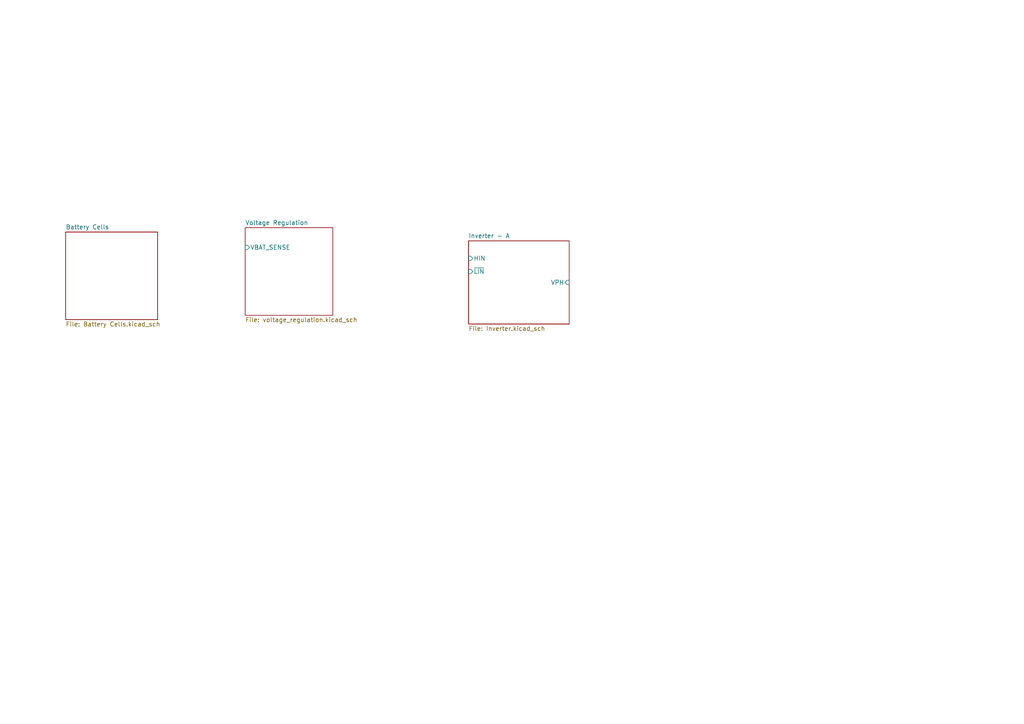
<source format=kicad_sch>
(kicad_sch (version 20211123) (generator eeschema)
  (paper "A4")
  (title_block (title "Multirotor ESC Board") (date "2022-09-10") (rev "v0.0.1") (company "Thomas Francois & Missouri S&T Multirotor Design Team") (comment 1 "Demonstration of example ESC board") (comment 2 "Based upon Phil's Lab Video Demonstration") (comment 3 "ESC Hardware Design (1/2) - Phil's Lab #66") (comment 4 "https://www.youtube.com/watch?v=dJjxcjJOlN0"))
  (lib_symbols)
  (sheet (at 71.12 66.04) (size 25.4 25.4) (stroke (width 0.1524))
    (property "Sheet name" "Voltage Regulation" (at 71.12 65.3284 0) (effects (justify left bottom)))
    (property "Sheet file" "voltage_regulation.kicad_sch" (at 71.12 92.0246 0) (effects (justify left top)))
    (pin "VBAT_SENSE" input (at 71.12 71.755 180))
  )
  (sheet (at 135.89 69.85) (size 29.21 24.13) (stroke (width 0.1524))
    (property "Sheet name" "Inverter - A" (at 135.89 69.1384 0) (effects (justify left bottom)))
    (property "Sheet file" "Inverter.kicad_sch" (at 135.89 94.5646 0) (effects (justify left top)))
    (pin "HIN" input (at 135.89 74.93 180))
    (pin "~{LIN}" input (at 135.89 78.74 180))
    (pin "VPH" input (at 165.1 81.915 0))
  )
  (sheet (at 19.05 67.31) (size 26.67 25.4) (stroke (width 0.1524))
    (property "Sheet name" "Battery Cells" (at 19.05 66.5984 0) (effects (justify left bottom)))
    (property "Sheet file" "Battery Cells.kicad_sch" (at 19.05 93.2946 0) (effects (justify left top)))
  )
)
</source>
